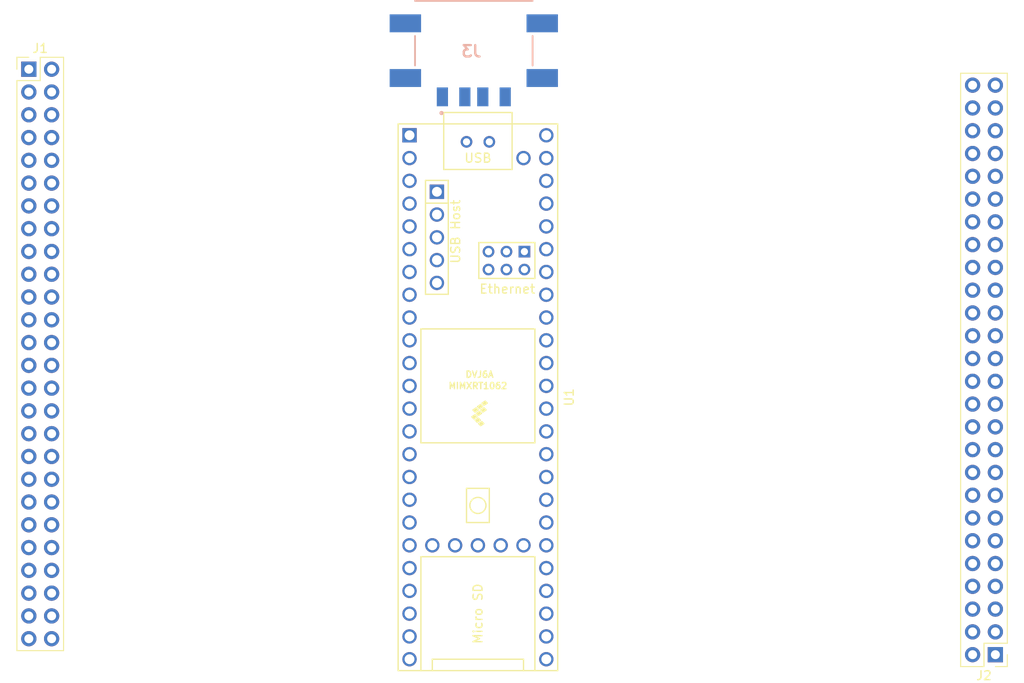
<source format=kicad_pcb>
(kicad_pcb (version 20171130) (host pcbnew "(5.1.6)-1")

  (general
    (thickness 1.6)
    (drawings 0)
    (tracks 0)
    (zones 0)
    (modules 4)
    (nets 65)
  )

  (page A4)
  (layers
    (0 F.Cu signal)
    (31 B.Cu signal)
    (32 B.Adhes user)
    (33 F.Adhes user)
    (34 B.Paste user)
    (35 F.Paste user)
    (36 B.SilkS user)
    (37 F.SilkS user)
    (38 B.Mask user)
    (39 F.Mask user)
    (40 Dwgs.User user)
    (41 Cmts.User user)
    (42 Eco1.User user)
    (43 Eco2.User user)
    (44 Edge.Cuts user)
    (45 Margin user)
    (46 B.CrtYd user)
    (47 F.CrtYd user)
    (48 B.Fab user)
    (49 F.Fab user)
  )

  (setup
    (last_trace_width 0.25)
    (trace_clearance 0.2)
    (zone_clearance 0.508)
    (zone_45_only no)
    (trace_min 0.2)
    (via_size 0.8)
    (via_drill 0.4)
    (via_min_size 0.4)
    (via_min_drill 0.3)
    (uvia_size 0.3)
    (uvia_drill 0.1)
    (uvias_allowed no)
    (uvia_min_size 0.2)
    (uvia_min_drill 0.1)
    (edge_width 0.05)
    (segment_width 0.2)
    (pcb_text_width 0.3)
    (pcb_text_size 1.5 1.5)
    (mod_edge_width 0.12)
    (mod_text_size 1 1)
    (mod_text_width 0.15)
    (pad_size 1.524 1.524)
    (pad_drill 0.762)
    (pad_to_mask_clearance 0.05)
    (aux_axis_origin 0 0)
    (visible_elements 7FFFFFFF)
    (pcbplotparams
      (layerselection 0x010fc_ffffffff)
      (usegerberextensions false)
      (usegerberattributes true)
      (usegerberadvancedattributes true)
      (creategerberjobfile true)
      (excludeedgelayer true)
      (linewidth 0.100000)
      (plotframeref false)
      (viasonmask false)
      (mode 1)
      (useauxorigin false)
      (hpglpennumber 1)
      (hpglpenspeed 20)
      (hpglpendiameter 15.000000)
      (psnegative false)
      (psa4output false)
      (plotreference true)
      (plotvalue true)
      (plotinvisibletext false)
      (padsonsilk false)
      (subtractmaskfromsilk false)
      (outputformat 1)
      (mirror false)
      (drillshape 1)
      (scaleselection 1)
      (outputdirectory ""))
  )

  (net 0 "")
  (net 1 "Net-(BT1-Pad1)")
  (net 2 GND)
  (net 3 "Net-(J1-Pad4)")
  (net 4 "Net-(J1-Pad6)")
  (net 5 "Net-(J1-Pad8)")
  (net 6 "Net-(J1-Pad10)")
  (net 7 "Net-(J1-Pad12)")
  (net 8 "Net-(J1-Pad14)")
  (net 9 "Net-(J1-Pad15)")
  (net 10 "Net-(J1-Pad16)")
  (net 11 "Net-(J1-Pad18)")
  (net 12 "Net-(J1-Pad20)")
  (net 13 "Net-(J1-Pad22)")
  (net 14 "Net-(J1-Pad24)")
  (net 15 "Net-(J1-Pad26)")
  (net 16 "Net-(J1-Pad28)")
  (net 17 "Net-(J1-Pad30)")
  (net 18 "Net-(J1-Pad32)")
  (net 19 "Net-(J1-Pad34)")
  (net 20 "Net-(J1-Pad36)")
  (net 21 "Net-(J1-Pad38)")
  (net 22 "Net-(J1-Pad40)")
  (net 23 "Net-(J1-Pad42)")
  (net 24 "Net-(J1-Pad44)")
  (net 25 "Net-(J1-Pad46)")
  (net 26 "Net-(J1-Pad48)")
  (net 27 "Net-(J1-Pad50)")
  (net 28 "Net-(J1-Pad52)")
  (net 29 "Net-(J2-Pad52)")
  (net 30 "Net-(J2-Pad50)")
  (net 31 "Net-(J2-Pad48)")
  (net 32 "Net-(J2-Pad44)")
  (net 33 "Net-(J2-Pad42)")
  (net 34 "Net-(J2-Pad40)")
  (net 35 "Net-(J2-Pad38)")
  (net 36 "Net-(J2-Pad36)")
  (net 37 "Net-(J2-Pad34)")
  (net 38 "Net-(J2-Pad32)")
  (net 39 "Net-(J2-Pad30)")
  (net 40 "Net-(J2-Pad28)")
  (net 41 "Net-(J2-Pad26)")
  (net 42 "Net-(J2-Pad24)")
  (net 43 "Net-(J2-Pad22)")
  (net 44 "Net-(J2-Pad18)")
  (net 45 "Net-(J2-Pad16)")
  (net 46 "Net-(J2-Pad15)")
  (net 47 "Net-(J2-Pad14)")
  (net 48 "Net-(J2-Pad12)")
  (net 49 "Net-(J2-Pad10)")
  (net 50 "Net-(J2-Pad8)")
  (net 51 "Net-(J2-Pad6)")
  (net 52 "Net-(J2-Pad4)")
  (net 53 "Net-(J2-Pad2)")
  (net 54 "Net-(J3-Pad1)")
  (net 55 /DN)
  (net 56 /DP)
  (net 57 "Net-(U1-Pad60)")
  (net 58 "Net-(U1-Pad65)")
  (net 59 "Net-(U1-Pad61)")
  (net 60 "Net-(U1-Pad64)")
  (net 61 "Net-(U1-Pad63)")
  (net 62 "Net-(U1-Pad62)")
  (net 63 "Net-(U1-Pad66)")
  (net 64 "Net-(U1-Pad67)")

  (net_class Default "This is the default net class."
    (clearance 0.2)
    (trace_width 0.25)
    (via_dia 0.8)
    (via_drill 0.4)
    (uvia_dia 0.3)
    (uvia_drill 0.1)
    (add_net /DN)
    (add_net /DP)
    (add_net GND)
    (add_net "Net-(BT1-Pad1)")
    (add_net "Net-(J1-Pad10)")
    (add_net "Net-(J1-Pad12)")
    (add_net "Net-(J1-Pad14)")
    (add_net "Net-(J1-Pad15)")
    (add_net "Net-(J1-Pad16)")
    (add_net "Net-(J1-Pad18)")
    (add_net "Net-(J1-Pad20)")
    (add_net "Net-(J1-Pad22)")
    (add_net "Net-(J1-Pad24)")
    (add_net "Net-(J1-Pad26)")
    (add_net "Net-(J1-Pad28)")
    (add_net "Net-(J1-Pad30)")
    (add_net "Net-(J1-Pad32)")
    (add_net "Net-(J1-Pad34)")
    (add_net "Net-(J1-Pad36)")
    (add_net "Net-(J1-Pad38)")
    (add_net "Net-(J1-Pad4)")
    (add_net "Net-(J1-Pad40)")
    (add_net "Net-(J1-Pad42)")
    (add_net "Net-(J1-Pad44)")
    (add_net "Net-(J1-Pad46)")
    (add_net "Net-(J1-Pad48)")
    (add_net "Net-(J1-Pad50)")
    (add_net "Net-(J1-Pad52)")
    (add_net "Net-(J1-Pad6)")
    (add_net "Net-(J1-Pad8)")
    (add_net "Net-(J2-Pad10)")
    (add_net "Net-(J2-Pad12)")
    (add_net "Net-(J2-Pad14)")
    (add_net "Net-(J2-Pad15)")
    (add_net "Net-(J2-Pad16)")
    (add_net "Net-(J2-Pad18)")
    (add_net "Net-(J2-Pad2)")
    (add_net "Net-(J2-Pad22)")
    (add_net "Net-(J2-Pad24)")
    (add_net "Net-(J2-Pad26)")
    (add_net "Net-(J2-Pad28)")
    (add_net "Net-(J2-Pad30)")
    (add_net "Net-(J2-Pad32)")
    (add_net "Net-(J2-Pad34)")
    (add_net "Net-(J2-Pad36)")
    (add_net "Net-(J2-Pad38)")
    (add_net "Net-(J2-Pad4)")
    (add_net "Net-(J2-Pad40)")
    (add_net "Net-(J2-Pad42)")
    (add_net "Net-(J2-Pad44)")
    (add_net "Net-(J2-Pad48)")
    (add_net "Net-(J2-Pad50)")
    (add_net "Net-(J2-Pad52)")
    (add_net "Net-(J2-Pad6)")
    (add_net "Net-(J2-Pad8)")
    (add_net "Net-(J3-Pad1)")
    (add_net "Net-(U1-Pad60)")
    (add_net "Net-(U1-Pad61)")
    (add_net "Net-(U1-Pad62)")
    (add_net "Net-(U1-Pad63)")
    (add_net "Net-(U1-Pad64)")
    (add_net "Net-(U1-Pad65)")
    (add_net "Net-(U1-Pad66)")
    (add_net "Net-(U1-Pad67)")
  )

  (module Connector_PinHeader_2.54mm:PinHeader_2x26_P2.54mm_Vertical (layer F.Cu) (tedit 59FED5CC) (tstamp 5F00DF6C)
    (at 107.188 63.5)
    (descr "Through hole straight pin header, 2x26, 2.54mm pitch, double rows")
    (tags "Through hole pin header THT 2x26 2.54mm double row")
    (path /5F05207B)
    (fp_text reference J1 (at 1.27 -2.33) (layer F.SilkS)
      (effects (font (size 1 1) (thickness 0.15)))
    )
    (fp_text value CONN_26X2 (at 1.27 65.83) (layer F.Fab)
      (effects (font (size 1 1) (thickness 0.15)))
    )
    (fp_line (start 0 -1.27) (end 3.81 -1.27) (layer F.Fab) (width 0.1))
    (fp_line (start 3.81 -1.27) (end 3.81 64.77) (layer F.Fab) (width 0.1))
    (fp_line (start 3.81 64.77) (end -1.27 64.77) (layer F.Fab) (width 0.1))
    (fp_line (start -1.27 64.77) (end -1.27 0) (layer F.Fab) (width 0.1))
    (fp_line (start -1.27 0) (end 0 -1.27) (layer F.Fab) (width 0.1))
    (fp_line (start -1.33 64.83) (end 3.87 64.83) (layer F.SilkS) (width 0.12))
    (fp_line (start -1.33 1.27) (end -1.33 64.83) (layer F.SilkS) (width 0.12))
    (fp_line (start 3.87 -1.33) (end 3.87 64.83) (layer F.SilkS) (width 0.12))
    (fp_line (start -1.33 1.27) (end 1.27 1.27) (layer F.SilkS) (width 0.12))
    (fp_line (start 1.27 1.27) (end 1.27 -1.33) (layer F.SilkS) (width 0.12))
    (fp_line (start 1.27 -1.33) (end 3.87 -1.33) (layer F.SilkS) (width 0.12))
    (fp_line (start -1.33 0) (end -1.33 -1.33) (layer F.SilkS) (width 0.12))
    (fp_line (start -1.33 -1.33) (end 0 -1.33) (layer F.SilkS) (width 0.12))
    (fp_line (start -1.8 -1.8) (end -1.8 65.3) (layer F.CrtYd) (width 0.05))
    (fp_line (start -1.8 65.3) (end 4.35 65.3) (layer F.CrtYd) (width 0.05))
    (fp_line (start 4.35 65.3) (end 4.35 -1.8) (layer F.CrtYd) (width 0.05))
    (fp_line (start 4.35 -1.8) (end -1.8 -1.8) (layer F.CrtYd) (width 0.05))
    (fp_text user %R (at 1.27 31.75 90) (layer F.Fab)
      (effects (font (size 1 1) (thickness 0.15)))
    )
    (pad 1 thru_hole rect (at 0 0) (size 1.7 1.7) (drill 1) (layers *.Cu *.Mask)
      (net 2 GND))
    (pad 2 thru_hole oval (at 2.54 0) (size 1.7 1.7) (drill 1) (layers *.Cu *.Mask)
      (net 1 "Net-(BT1-Pad1)"))
    (pad 3 thru_hole oval (at 0 2.54) (size 1.7 1.7) (drill 1) (layers *.Cu *.Mask)
      (net 2 GND))
    (pad 4 thru_hole oval (at 2.54 2.54) (size 1.7 1.7) (drill 1) (layers *.Cu *.Mask)
      (net 3 "Net-(J1-Pad4)"))
    (pad 5 thru_hole oval (at 0 5.08) (size 1.7 1.7) (drill 1) (layers *.Cu *.Mask)
      (net 2 GND))
    (pad 6 thru_hole oval (at 2.54 5.08) (size 1.7 1.7) (drill 1) (layers *.Cu *.Mask)
      (net 4 "Net-(J1-Pad6)"))
    (pad 7 thru_hole oval (at 0 7.62) (size 1.7 1.7) (drill 1) (layers *.Cu *.Mask)
      (net 2 GND))
    (pad 8 thru_hole oval (at 2.54 7.62) (size 1.7 1.7) (drill 1) (layers *.Cu *.Mask)
      (net 5 "Net-(J1-Pad8)"))
    (pad 9 thru_hole oval (at 0 10.16) (size 1.7 1.7) (drill 1) (layers *.Cu *.Mask)
      (net 2 GND))
    (pad 10 thru_hole oval (at 2.54 10.16) (size 1.7 1.7) (drill 1) (layers *.Cu *.Mask)
      (net 6 "Net-(J1-Pad10)"))
    (pad 11 thru_hole oval (at 0 12.7) (size 1.7 1.7) (drill 1) (layers *.Cu *.Mask)
      (net 2 GND))
    (pad 12 thru_hole oval (at 2.54 12.7) (size 1.7 1.7) (drill 1) (layers *.Cu *.Mask)
      (net 7 "Net-(J1-Pad12)"))
    (pad 13 thru_hole oval (at 0 15.24) (size 1.7 1.7) (drill 1) (layers *.Cu *.Mask)
      (net 2 GND))
    (pad 14 thru_hole oval (at 2.54 15.24) (size 1.7 1.7) (drill 1) (layers *.Cu *.Mask)
      (net 8 "Net-(J1-Pad14)"))
    (pad 15 thru_hole oval (at 0 17.78) (size 1.7 1.7) (drill 1) (layers *.Cu *.Mask)
      (net 9 "Net-(J1-Pad15)"))
    (pad 16 thru_hole oval (at 2.54 17.78) (size 1.7 1.7) (drill 1) (layers *.Cu *.Mask)
      (net 10 "Net-(J1-Pad16)"))
    (pad 17 thru_hole oval (at 0 20.32) (size 1.7 1.7) (drill 1) (layers *.Cu *.Mask)
      (net 2 GND))
    (pad 18 thru_hole oval (at 2.54 20.32) (size 1.7 1.7) (drill 1) (layers *.Cu *.Mask)
      (net 11 "Net-(J1-Pad18)"))
    (pad 19 thru_hole oval (at 0 22.86) (size 1.7 1.7) (drill 1) (layers *.Cu *.Mask)
      (net 2 GND))
    (pad 20 thru_hole oval (at 2.54 22.86) (size 1.7 1.7) (drill 1) (layers *.Cu *.Mask)
      (net 12 "Net-(J1-Pad20)"))
    (pad 21 thru_hole oval (at 0 25.4) (size 1.7 1.7) (drill 1) (layers *.Cu *.Mask)
      (net 2 GND))
    (pad 22 thru_hole oval (at 2.54 25.4) (size 1.7 1.7) (drill 1) (layers *.Cu *.Mask)
      (net 13 "Net-(J1-Pad22)"))
    (pad 23 thru_hole oval (at 0 27.94) (size 1.7 1.7) (drill 1) (layers *.Cu *.Mask)
      (net 2 GND))
    (pad 24 thru_hole oval (at 2.54 27.94) (size 1.7 1.7) (drill 1) (layers *.Cu *.Mask)
      (net 14 "Net-(J1-Pad24)"))
    (pad 25 thru_hole oval (at 0 30.48) (size 1.7 1.7) (drill 1) (layers *.Cu *.Mask)
      (net 2 GND))
    (pad 26 thru_hole oval (at 2.54 30.48) (size 1.7 1.7) (drill 1) (layers *.Cu *.Mask)
      (net 15 "Net-(J1-Pad26)"))
    (pad 27 thru_hole oval (at 0 33.02) (size 1.7 1.7) (drill 1) (layers *.Cu *.Mask)
      (net 2 GND))
    (pad 28 thru_hole oval (at 2.54 33.02) (size 1.7 1.7) (drill 1) (layers *.Cu *.Mask)
      (net 16 "Net-(J1-Pad28)"))
    (pad 29 thru_hole oval (at 0 35.56) (size 1.7 1.7) (drill 1) (layers *.Cu *.Mask)
      (net 2 GND))
    (pad 30 thru_hole oval (at 2.54 35.56) (size 1.7 1.7) (drill 1) (layers *.Cu *.Mask)
      (net 17 "Net-(J1-Pad30)"))
    (pad 31 thru_hole oval (at 0 38.1) (size 1.7 1.7) (drill 1) (layers *.Cu *.Mask)
      (net 2 GND))
    (pad 32 thru_hole oval (at 2.54 38.1) (size 1.7 1.7) (drill 1) (layers *.Cu *.Mask)
      (net 18 "Net-(J1-Pad32)"))
    (pad 33 thru_hole oval (at 0 40.64) (size 1.7 1.7) (drill 1) (layers *.Cu *.Mask)
      (net 2 GND))
    (pad 34 thru_hole oval (at 2.54 40.64) (size 1.7 1.7) (drill 1) (layers *.Cu *.Mask)
      (net 19 "Net-(J1-Pad34)"))
    (pad 35 thru_hole oval (at 0 43.18) (size 1.7 1.7) (drill 1) (layers *.Cu *.Mask)
      (net 2 GND))
    (pad 36 thru_hole oval (at 2.54 43.18) (size 1.7 1.7) (drill 1) (layers *.Cu *.Mask)
      (net 20 "Net-(J1-Pad36)"))
    (pad 37 thru_hole oval (at 0 45.72) (size 1.7 1.7) (drill 1) (layers *.Cu *.Mask)
      (net 2 GND))
    (pad 38 thru_hole oval (at 2.54 45.72) (size 1.7 1.7) (drill 1) (layers *.Cu *.Mask)
      (net 21 "Net-(J1-Pad38)"))
    (pad 39 thru_hole oval (at 0 48.26) (size 1.7 1.7) (drill 1) (layers *.Cu *.Mask)
      (net 2 GND))
    (pad 40 thru_hole oval (at 2.54 48.26) (size 1.7 1.7) (drill 1) (layers *.Cu *.Mask)
      (net 22 "Net-(J1-Pad40)"))
    (pad 41 thru_hole oval (at 0 50.8) (size 1.7 1.7) (drill 1) (layers *.Cu *.Mask)
      (net 2 GND))
    (pad 42 thru_hole oval (at 2.54 50.8) (size 1.7 1.7) (drill 1) (layers *.Cu *.Mask)
      (net 23 "Net-(J1-Pad42)"))
    (pad 43 thru_hole oval (at 0 53.34) (size 1.7 1.7) (drill 1) (layers *.Cu *.Mask)
      (net 2 GND))
    (pad 44 thru_hole oval (at 2.54 53.34) (size 1.7 1.7) (drill 1) (layers *.Cu *.Mask)
      (net 24 "Net-(J1-Pad44)"))
    (pad 45 thru_hole oval (at 0 55.88) (size 1.7 1.7) (drill 1) (layers *.Cu *.Mask)
      (net 2 GND))
    (pad 46 thru_hole oval (at 2.54 55.88) (size 1.7 1.7) (drill 1) (layers *.Cu *.Mask)
      (net 25 "Net-(J1-Pad46)"))
    (pad 47 thru_hole oval (at 0 58.42) (size 1.7 1.7) (drill 1) (layers *.Cu *.Mask)
      (net 2 GND))
    (pad 48 thru_hole oval (at 2.54 58.42) (size 1.7 1.7) (drill 1) (layers *.Cu *.Mask)
      (net 26 "Net-(J1-Pad48)"))
    (pad 49 thru_hole oval (at 0 60.96) (size 1.7 1.7) (drill 1) (layers *.Cu *.Mask)
      (net 2 GND))
    (pad 50 thru_hole oval (at 2.54 60.96) (size 1.7 1.7) (drill 1) (layers *.Cu *.Mask)
      (net 27 "Net-(J1-Pad50)"))
    (pad 51 thru_hole oval (at 0 63.5) (size 1.7 1.7) (drill 1) (layers *.Cu *.Mask)
      (net 2 GND))
    (pad 52 thru_hole oval (at 2.54 63.5) (size 1.7 1.7) (drill 1) (layers *.Cu *.Mask)
      (net 28 "Net-(J1-Pad52)"))
    (model ${KISYS3DMOD}/Connector_PinHeader_2.54mm.3dshapes/PinHeader_2x26_P2.54mm_Vertical.wrl
      (at (xyz 0 0 0))
      (scale (xyz 1 1 1))
      (rotate (xyz 0 0 0))
    )
  )

  (module Connector_PinHeader_2.54mm:PinHeader_2x26_P2.54mm_Vertical (layer F.Cu) (tedit 59FED5CC) (tstamp 5F00DFB6)
    (at 214.884 128.778 180)
    (descr "Through hole straight pin header, 2x26, 2.54mm pitch, double rows")
    (tags "Through hole pin header THT 2x26 2.54mm double row")
    (path /5F0AFAEA)
    (fp_text reference J2 (at 1.27 -2.33) (layer F.SilkS)
      (effects (font (size 1 1) (thickness 0.15)))
    )
    (fp_text value CONN_26X2 (at 1.27 65.83) (layer F.Fab)
      (effects (font (size 1 1) (thickness 0.15)))
    )
    (fp_line (start 4.35 -1.8) (end -1.8 -1.8) (layer F.CrtYd) (width 0.05))
    (fp_line (start 4.35 65.3) (end 4.35 -1.8) (layer F.CrtYd) (width 0.05))
    (fp_line (start -1.8 65.3) (end 4.35 65.3) (layer F.CrtYd) (width 0.05))
    (fp_line (start -1.8 -1.8) (end -1.8 65.3) (layer F.CrtYd) (width 0.05))
    (fp_line (start -1.33 -1.33) (end 0 -1.33) (layer F.SilkS) (width 0.12))
    (fp_line (start -1.33 0) (end -1.33 -1.33) (layer F.SilkS) (width 0.12))
    (fp_line (start 1.27 -1.33) (end 3.87 -1.33) (layer F.SilkS) (width 0.12))
    (fp_line (start 1.27 1.27) (end 1.27 -1.33) (layer F.SilkS) (width 0.12))
    (fp_line (start -1.33 1.27) (end 1.27 1.27) (layer F.SilkS) (width 0.12))
    (fp_line (start 3.87 -1.33) (end 3.87 64.83) (layer F.SilkS) (width 0.12))
    (fp_line (start -1.33 1.27) (end -1.33 64.83) (layer F.SilkS) (width 0.12))
    (fp_line (start -1.33 64.83) (end 3.87 64.83) (layer F.SilkS) (width 0.12))
    (fp_line (start -1.27 0) (end 0 -1.27) (layer F.Fab) (width 0.1))
    (fp_line (start -1.27 64.77) (end -1.27 0) (layer F.Fab) (width 0.1))
    (fp_line (start 3.81 64.77) (end -1.27 64.77) (layer F.Fab) (width 0.1))
    (fp_line (start 3.81 -1.27) (end 3.81 64.77) (layer F.Fab) (width 0.1))
    (fp_line (start 0 -1.27) (end 3.81 -1.27) (layer F.Fab) (width 0.1))
    (fp_text user %R (at 1.27 31.75 90) (layer F.Fab)
      (effects (font (size 1 1) (thickness 0.15)))
    )
    (pad 52 thru_hole oval (at 2.54 63.5 180) (size 1.7 1.7) (drill 1) (layers *.Cu *.Mask)
      (net 29 "Net-(J2-Pad52)"))
    (pad 51 thru_hole oval (at 0 63.5 180) (size 1.7 1.7) (drill 1) (layers *.Cu *.Mask)
      (net 2 GND))
    (pad 50 thru_hole oval (at 2.54 60.96 180) (size 1.7 1.7) (drill 1) (layers *.Cu *.Mask)
      (net 30 "Net-(J2-Pad50)"))
    (pad 49 thru_hole oval (at 0 60.96 180) (size 1.7 1.7) (drill 1) (layers *.Cu *.Mask)
      (net 2 GND))
    (pad 48 thru_hole oval (at 2.54 58.42 180) (size 1.7 1.7) (drill 1) (layers *.Cu *.Mask)
      (net 31 "Net-(J2-Pad48)"))
    (pad 47 thru_hole oval (at 0 58.42 180) (size 1.7 1.7) (drill 1) (layers *.Cu *.Mask)
      (net 2 GND))
    (pad 46 thru_hole oval (at 2.54 55.88 180) (size 1.7 1.7) (drill 1) (layers *.Cu *.Mask)
      (net 2 GND))
    (pad 45 thru_hole oval (at 0 55.88 180) (size 1.7 1.7) (drill 1) (layers *.Cu *.Mask)
      (net 2 GND))
    (pad 44 thru_hole oval (at 2.54 53.34 180) (size 1.7 1.7) (drill 1) (layers *.Cu *.Mask)
      (net 32 "Net-(J2-Pad44)"))
    (pad 43 thru_hole oval (at 0 53.34 180) (size 1.7 1.7) (drill 1) (layers *.Cu *.Mask)
      (net 2 GND))
    (pad 42 thru_hole oval (at 2.54 50.8 180) (size 1.7 1.7) (drill 1) (layers *.Cu *.Mask)
      (net 33 "Net-(J2-Pad42)"))
    (pad 41 thru_hole oval (at 0 50.8 180) (size 1.7 1.7) (drill 1) (layers *.Cu *.Mask)
      (net 2 GND))
    (pad 40 thru_hole oval (at 2.54 48.26 180) (size 1.7 1.7) (drill 1) (layers *.Cu *.Mask)
      (net 34 "Net-(J2-Pad40)"))
    (pad 39 thru_hole oval (at 0 48.26 180) (size 1.7 1.7) (drill 1) (layers *.Cu *.Mask)
      (net 2 GND))
    (pad 38 thru_hole oval (at 2.54 45.72 180) (size 1.7 1.7) (drill 1) (layers *.Cu *.Mask)
      (net 35 "Net-(J2-Pad38)"))
    (pad 37 thru_hole oval (at 0 45.72 180) (size 1.7 1.7) (drill 1) (layers *.Cu *.Mask)
      (net 2 GND))
    (pad 36 thru_hole oval (at 2.54 43.18 180) (size 1.7 1.7) (drill 1) (layers *.Cu *.Mask)
      (net 36 "Net-(J2-Pad36)"))
    (pad 35 thru_hole oval (at 0 43.18 180) (size 1.7 1.7) (drill 1) (layers *.Cu *.Mask)
      (net 2 GND))
    (pad 34 thru_hole oval (at 2.54 40.64 180) (size 1.7 1.7) (drill 1) (layers *.Cu *.Mask)
      (net 37 "Net-(J2-Pad34)"))
    (pad 33 thru_hole oval (at 0 40.64 180) (size 1.7 1.7) (drill 1) (layers *.Cu *.Mask)
      (net 2 GND))
    (pad 32 thru_hole oval (at 2.54 38.1 180) (size 1.7 1.7) (drill 1) (layers *.Cu *.Mask)
      (net 38 "Net-(J2-Pad32)"))
    (pad 31 thru_hole oval (at 0 38.1 180) (size 1.7 1.7) (drill 1) (layers *.Cu *.Mask)
      (net 2 GND))
    (pad 30 thru_hole oval (at 2.54 35.56 180) (size 1.7 1.7) (drill 1) (layers *.Cu *.Mask)
      (net 39 "Net-(J2-Pad30)"))
    (pad 29 thru_hole oval (at 0 35.56 180) (size 1.7 1.7) (drill 1) (layers *.Cu *.Mask)
      (net 2 GND))
    (pad 28 thru_hole oval (at 2.54 33.02 180) (size 1.7 1.7) (drill 1) (layers *.Cu *.Mask)
      (net 40 "Net-(J2-Pad28)"))
    (pad 27 thru_hole oval (at 0 33.02 180) (size 1.7 1.7) (drill 1) (layers *.Cu *.Mask)
      (net 2 GND))
    (pad 26 thru_hole oval (at 2.54 30.48 180) (size 1.7 1.7) (drill 1) (layers *.Cu *.Mask)
      (net 41 "Net-(J2-Pad26)"))
    (pad 25 thru_hole oval (at 0 30.48 180) (size 1.7 1.7) (drill 1) (layers *.Cu *.Mask)
      (net 2 GND))
    (pad 24 thru_hole oval (at 2.54 27.94 180) (size 1.7 1.7) (drill 1) (layers *.Cu *.Mask)
      (net 42 "Net-(J2-Pad24)"))
    (pad 23 thru_hole oval (at 0 27.94 180) (size 1.7 1.7) (drill 1) (layers *.Cu *.Mask)
      (net 2 GND))
    (pad 22 thru_hole oval (at 2.54 25.4 180) (size 1.7 1.7) (drill 1) (layers *.Cu *.Mask)
      (net 43 "Net-(J2-Pad22)"))
    (pad 21 thru_hole oval (at 0 25.4 180) (size 1.7 1.7) (drill 1) (layers *.Cu *.Mask)
      (net 2 GND))
    (pad 20 thru_hole oval (at 2.54 22.86 180) (size 1.7 1.7) (drill 1) (layers *.Cu *.Mask)
      (net 2 GND))
    (pad 19 thru_hole oval (at 0 22.86 180) (size 1.7 1.7) (drill 1) (layers *.Cu *.Mask)
      (net 2 GND))
    (pad 18 thru_hole oval (at 2.54 20.32 180) (size 1.7 1.7) (drill 1) (layers *.Cu *.Mask)
      (net 44 "Net-(J2-Pad18)"))
    (pad 17 thru_hole oval (at 0 20.32 180) (size 1.7 1.7) (drill 1) (layers *.Cu *.Mask)
      (net 2 GND))
    (pad 16 thru_hole oval (at 2.54 17.78 180) (size 1.7 1.7) (drill 1) (layers *.Cu *.Mask)
      (net 45 "Net-(J2-Pad16)"))
    (pad 15 thru_hole oval (at 0 17.78 180) (size 1.7 1.7) (drill 1) (layers *.Cu *.Mask)
      (net 46 "Net-(J2-Pad15)"))
    (pad 14 thru_hole oval (at 2.54 15.24 180) (size 1.7 1.7) (drill 1) (layers *.Cu *.Mask)
      (net 47 "Net-(J2-Pad14)"))
    (pad 13 thru_hole oval (at 0 15.24 180) (size 1.7 1.7) (drill 1) (layers *.Cu *.Mask)
      (net 2 GND))
    (pad 12 thru_hole oval (at 2.54 12.7 180) (size 1.7 1.7) (drill 1) (layers *.Cu *.Mask)
      (net 48 "Net-(J2-Pad12)"))
    (pad 11 thru_hole oval (at 0 12.7 180) (size 1.7 1.7) (drill 1) (layers *.Cu *.Mask)
      (net 2 GND))
    (pad 10 thru_hole oval (at 2.54 10.16 180) (size 1.7 1.7) (drill 1) (layers *.Cu *.Mask)
      (net 49 "Net-(J2-Pad10)"))
    (pad 9 thru_hole oval (at 0 10.16 180) (size 1.7 1.7) (drill 1) (layers *.Cu *.Mask)
      (net 2 GND))
    (pad 8 thru_hole oval (at 2.54 7.62 180) (size 1.7 1.7) (drill 1) (layers *.Cu *.Mask)
      (net 50 "Net-(J2-Pad8)"))
    (pad 7 thru_hole oval (at 0 7.62 180) (size 1.7 1.7) (drill 1) (layers *.Cu *.Mask)
      (net 2 GND))
    (pad 6 thru_hole oval (at 2.54 5.08 180) (size 1.7 1.7) (drill 1) (layers *.Cu *.Mask)
      (net 51 "Net-(J2-Pad6)"))
    (pad 5 thru_hole oval (at 0 5.08 180) (size 1.7 1.7) (drill 1) (layers *.Cu *.Mask)
      (net 2 GND))
    (pad 4 thru_hole oval (at 2.54 2.54 180) (size 1.7 1.7) (drill 1) (layers *.Cu *.Mask)
      (net 52 "Net-(J2-Pad4)"))
    (pad 3 thru_hole oval (at 0 2.54 180) (size 1.7 1.7) (drill 1) (layers *.Cu *.Mask)
      (net 2 GND))
    (pad 2 thru_hole oval (at 2.54 0 180) (size 1.7 1.7) (drill 1) (layers *.Cu *.Mask)
      (net 53 "Net-(J2-Pad2)"))
    (pad 1 thru_hole rect (at 0 0 180) (size 1.7 1.7) (drill 1) (layers *.Cu *.Mask)
      (net 2 GND))
    (model ${KISYS3DMOD}/Connector_PinHeader_2.54mm.3dshapes/PinHeader_2x26_P2.54mm_Vertical.wrl
      (at (xyz 0 0 0))
      (scale (xyz 1 1 1))
      (rotate (xyz 0 0 0))
    )
  )

  (module teensy:Teensy41 (layer F.Cu) (tedit 5EF1DBD0) (tstamp 5F01E7D7)
    (at 157.226 100.076 270)
    (path /5F006F71)
    (fp_text reference U1 (at 0 -10.16 90) (layer F.SilkS)
      (effects (font (size 1 1) (thickness 0.15)))
    )
    (fp_text value Teensy4.1 (at 0 10.16 90) (layer F.Fab)
      (effects (font (size 1 1) (thickness 0.15)))
    )
    (fp_poly (pts (xy 3.197 -0.307) (xy 2.943 -0.053) (xy 2.689 -0.434) (xy 2.943 -0.688)) (layer F.SilkS) (width 0.1))
    (fp_poly (pts (xy 2.816 0.074) (xy 2.562 0.328) (xy 2.308 -0.053) (xy 2.562 -0.307)) (layer F.SilkS) (width 0.1))
    (fp_poly (pts (xy 0.911 -0.688) (xy 0.657 -0.434) (xy 0.403 -0.815) (xy 0.657 -1.069)) (layer F.SilkS) (width 0.1))
    (fp_poly (pts (xy 1.292 -0.18) (xy 1.038 0.074) (xy 0.784 -0.307) (xy 1.038 -0.561)) (layer F.SilkS) (width 0.1))
    (fp_poly (pts (xy 1.673 0.328) (xy 1.419 0.582) (xy 1.165 0.201) (xy 1.419 -0.053)) (layer F.SilkS) (width 0.1))
    (fp_poly (pts (xy 1.673 -0.561) (xy 1.419 -0.307) (xy 1.165 -0.688) (xy 1.419 -0.942)) (layer F.SilkS) (width 0.1))
    (fp_poly (pts (xy 2.054 -0.053) (xy 1.8 0.201) (xy 1.546 -0.18) (xy 1.8 -0.434)) (layer F.SilkS) (width 0.1))
    (fp_poly (pts (xy 2.435 0.455) (xy 2.181 0.709) (xy 1.927 0.328) (xy 2.181 0.074)) (layer F.SilkS) (width 0.1))
    (fp_line (start -30.48 8.89) (end -30.48 -8.89) (layer F.SilkS) (width 0.15))
    (fp_line (start 30.48 8.89) (end -30.48 8.89) (layer F.SilkS) (width 0.15))
    (fp_line (start 30.48 -8.89) (end 30.48 8.89) (layer F.SilkS) (width 0.15))
    (fp_line (start -30.48 -8.89) (end 30.48 -8.89) (layer F.SilkS) (width 0.15))
    (fp_line (start -25.4 3.81) (end -30.48 3.81) (layer F.SilkS) (width 0.15))
    (fp_line (start -25.4 -3.81) (end -30.48 -3.81) (layer F.SilkS) (width 0.15))
    (fp_line (start -25.4 3.81) (end -25.4 -3.81) (layer F.SilkS) (width 0.15))
    (fp_line (start -31.75 -3.81) (end -30.48 -3.81) (layer F.SilkS) (width 0.15))
    (fp_line (start -31.75 3.81) (end -31.75 -3.81) (layer F.SilkS) (width 0.15))
    (fp_line (start -30.48 3.81) (end -31.75 3.81) (layer F.SilkS) (width 0.15))
    (fp_line (start 30.48 -6.35) (end 17.78 -6.35) (layer F.SilkS) (width 0.15))
    (fp_line (start 17.78 -6.35) (end 17.78 6.35) (layer F.SilkS) (width 0.15))
    (fp_line (start 17.78 6.35) (end 30.48 6.35) (layer F.SilkS) (width 0.15))
    (fp_line (start 30.48 -5.08) (end 29.21 -5.08) (layer F.SilkS) (width 0.15))
    (fp_line (start 29.21 -5.08) (end 29.21 5.08) (layer F.SilkS) (width 0.15))
    (fp_line (start 29.21 5.08) (end 30.48 5.08) (layer F.SilkS) (width 0.15))
    (fp_line (start 13.97 -1.27) (end 13.97 1.27) (layer F.SilkS) (width 0.15))
    (fp_line (start 13.97 1.27) (end 10.16 1.27) (layer F.SilkS) (width 0.15))
    (fp_line (start 10.16 1.27) (end 10.16 -1.27) (layer F.SilkS) (width 0.15))
    (fp_line (start 10.16 -1.27) (end 13.97 -1.27) (layer F.SilkS) (width 0.15))
    (fp_line (start -24.1808 3.2992) (end -11.4808 3.2992) (layer F.SilkS) (width 0.15))
    (fp_line (start -11.4808 3.2992) (end -11.4808 5.8392) (layer F.SilkS) (width 0.15))
    (fp_line (start -11.4808 5.8392) (end -24.1808 5.8392) (layer F.SilkS) (width 0.15))
    (fp_line (start -24.1808 5.8392) (end -24.1808 3.2992) (layer F.SilkS) (width 0.15))
    (fp_line (start -24.1808 3.2992) (end -21.6408 3.2992) (layer F.SilkS) (width 0.15))
    (fp_line (start -21.6408 3.2992) (end -21.6408 5.8392) (layer F.SilkS) (width 0.15))
    (fp_line (start -17.25 -6.1016) (end -17.25 -0.1016) (layer F.SilkS) (width 0.15))
    (fp_line (start -17.25 -0.1016) (end -13.25 -0.1016) (layer F.SilkS) (width 0.15))
    (fp_line (start -13.25 -0.1016) (end -13.25 -6.3516) (layer F.SilkS) (width 0.15))
    (fp_line (start -13.25 -6.3516) (end -17.25 -6.3516) (layer F.SilkS) (width 0.15))
    (fp_line (start -17.25 -6.3516) (end -17.25 -6.1016) (layer F.SilkS) (width 0.15))
    (fp_line (start -7.62 6.35) (end 5.08 6.35) (layer F.SilkS) (width 0.15))
    (fp_line (start 5.08 6.35) (end 5.08 -6.35) (layer F.SilkS) (width 0.15))
    (fp_line (start 5.08 -6.35) (end -7.62 -6.35) (layer F.SilkS) (width 0.15))
    (fp_line (start -7.62 -6.35) (end -7.62 6.35) (layer F.SilkS) (width 0.15))
    (fp_circle (center 12.065 0) (end 12.7 -0.635) (layer F.SilkS) (width 0.15))
    (fp_text user DVJ6A (at -2.54 -0.18 180) (layer F.SilkS)
      (effects (font (size 0.7 0.7) (thickness 0.15)))
    )
    (fp_text user MIMXRT1062 (at -1.27 0 180) (layer F.SilkS)
      (effects (font (size 0.7 0.7) (thickness 0.15)))
    )
    (fp_text user "Micro SD" (at 24.13 0 90) (layer F.SilkS)
      (effects (font (size 1 1) (thickness 0.15)))
    )
    (fp_text user USB (at -26.67 0 180) (layer F.SilkS)
      (effects (font (size 1 1) (thickness 0.15)))
    )
    (fp_text user Ethernet (at -12.065 -3.2766) (layer F.SilkS)
      (effects (font (size 1 1) (thickness 0.15)))
    )
    (fp_text user "USB Host" (at -18.4658 2.4892 90) (layer F.SilkS)
      (effects (font (size 1 1) (thickness 0.15)))
    )
    (pad 49 thru_hole circle (at -26.67 -5.08 270) (size 1.6 1.6) (drill 1.1) (layers *.Cu *.Mask)
      (net 29 "Net-(J2-Pad52)"))
    (pad 59 thru_hole circle (at -12.7508 4.5692 270) (size 1.6 1.6) (drill 1.1) (layers *.Cu *.Mask)
      (net 2 GND))
    (pad 58 thru_hole circle (at -15.2908 4.5692 270) (size 1.6 1.6) (drill 1.1) (layers *.Cu *.Mask)
      (net 2 GND))
    (pad 57 thru_hole circle (at -17.8308 4.5692 270) (size 1.6 1.6) (drill 1.1) (layers *.Cu *.Mask)
      (net 56 /DP))
    (pad 56 thru_hole circle (at -20.3708 4.5692 270) (size 1.6 1.6) (drill 1.1) (layers *.Cu *.Mask)
      (net 55 /DN))
    (pad 55 thru_hole rect (at -22.9108 4.5692 270) (size 1.6 1.6) (drill 1.1) (layers *.Cu *.Mask)
      (net 54 "Net-(J3-Pad1)"))
    (pad 48 thru_hole circle (at -29.21 -7.62 270) (size 1.6 1.6) (drill 1.1) (layers *.Cu *.Mask)
      (net 31 "Net-(J2-Pad48)"))
    (pad 47 thru_hole circle (at -26.67 -7.62 270) (size 1.6 1.6) (drill 1.1) (layers *.Cu *.Mask)
      (net 2 GND))
    (pad 46 thru_hole circle (at -24.13 -7.62 270) (size 1.6 1.6) (drill 1.1) (layers *.Cu *.Mask)
      (net 32 "Net-(J2-Pad44)"))
    (pad 45 thru_hole circle (at -21.59 -7.62 270) (size 1.6 1.6) (drill 1.1) (layers *.Cu *.Mask)
      (net 33 "Net-(J2-Pad42)"))
    (pad 44 thru_hole circle (at -19.05 -7.62 270) (size 1.6 1.6) (drill 1.1) (layers *.Cu *.Mask)
      (net 34 "Net-(J2-Pad40)"))
    (pad 43 thru_hole circle (at -16.51 -7.62 270) (size 1.6 1.6) (drill 1.1) (layers *.Cu *.Mask)
      (net 35 "Net-(J2-Pad38)"))
    (pad 42 thru_hole circle (at -13.97 -7.62 270) (size 1.6 1.6) (drill 1.1) (layers *.Cu *.Mask)
      (net 36 "Net-(J2-Pad36)"))
    (pad 41 thru_hole circle (at -11.43 -7.62 270) (size 1.6 1.6) (drill 1.1) (layers *.Cu *.Mask)
      (net 37 "Net-(J2-Pad34)"))
    (pad 40 thru_hole circle (at -8.89 -7.62 270) (size 1.6 1.6) (drill 1.1) (layers *.Cu *.Mask)
      (net 38 "Net-(J2-Pad32)"))
    (pad 39 thru_hole circle (at -6.35 -7.62 270) (size 1.6 1.6) (drill 1.1) (layers *.Cu *.Mask)
      (net 39 "Net-(J2-Pad30)"))
    (pad 38 thru_hole circle (at -3.81 -7.62 270) (size 1.6 1.6) (drill 1.1) (layers *.Cu *.Mask)
      (net 40 "Net-(J2-Pad28)"))
    (pad 37 thru_hole circle (at -1.27 -7.62 270) (size 1.6 1.6) (drill 1.1) (layers *.Cu *.Mask)
      (net 41 "Net-(J2-Pad26)"))
    (pad 36 thru_hole circle (at 1.27 -7.62 270) (size 1.6 1.6) (drill 1.1) (layers *.Cu *.Mask)
      (net 42 "Net-(J2-Pad24)"))
    (pad 35 thru_hole circle (at 3.81 -7.62 270) (size 1.6 1.6) (drill 1.1) (layers *.Cu *.Mask)
      (net 43 "Net-(J2-Pad22)"))
    (pad 1 thru_hole rect (at -29.21 7.62 270) (size 1.6 1.6) (drill 1.1) (layers *.Cu *.Mask)
      (net 2 GND))
    (pad 2 thru_hole circle (at -26.67 7.62 270) (size 1.6 1.6) (drill 1.1) (layers *.Cu *.Mask)
      (net 5 "Net-(J1-Pad8)"))
    (pad 3 thru_hole circle (at -24.13 7.62 270) (size 1.6 1.6) (drill 1.1) (layers *.Cu *.Mask)
      (net 6 "Net-(J1-Pad10)"))
    (pad 4 thru_hole circle (at -21.59 7.62 270) (size 1.6 1.6) (drill 1.1) (layers *.Cu *.Mask)
      (net 7 "Net-(J1-Pad12)"))
    (pad 5 thru_hole circle (at -19.05 7.62 270) (size 1.6 1.6) (drill 1.1) (layers *.Cu *.Mask)
      (net 8 "Net-(J1-Pad14)"))
    (pad 6 thru_hole circle (at -16.51 7.62 270) (size 1.6 1.6) (drill 1.1) (layers *.Cu *.Mask)
      (net 10 "Net-(J1-Pad16)"))
    (pad 7 thru_hole circle (at -13.97 7.62 270) (size 1.6 1.6) (drill 1.1) (layers *.Cu *.Mask)
      (net 11 "Net-(J1-Pad18)"))
    (pad 8 thru_hole circle (at -11.43 7.62 270) (size 1.6 1.6) (drill 1.1) (layers *.Cu *.Mask)
      (net 12 "Net-(J1-Pad20)"))
    (pad 9 thru_hole circle (at -8.89 7.62 270) (size 1.6 1.6) (drill 1.1) (layers *.Cu *.Mask)
      (net 13 "Net-(J1-Pad22)"))
    (pad 10 thru_hole circle (at -6.35 7.62 270) (size 1.6 1.6) (drill 1.1) (layers *.Cu *.Mask)
      (net 14 "Net-(J1-Pad24)"))
    (pad 11 thru_hole circle (at -3.81 7.62 270) (size 1.6 1.6) (drill 1.1) (layers *.Cu *.Mask)
      (net 15 "Net-(J1-Pad26)"))
    (pad 12 thru_hole circle (at -1.27 7.62 270) (size 1.6 1.6) (drill 1.1) (layers *.Cu *.Mask)
      (net 16 "Net-(J1-Pad28)"))
    (pad 13 thru_hole circle (at 1.27 7.62 270) (size 1.6 1.6) (drill 1.1) (layers *.Cu *.Mask)
      (net 17 "Net-(J1-Pad30)"))
    (pad 34 thru_hole circle (at 6.35 -7.62 270) (size 1.6 1.6) (drill 1.1) (layers *.Cu *.Mask)
      (net 2 GND))
    (pad 33 thru_hole circle (at 8.89 -7.62 270) (size 1.6 1.6) (drill 1.1) (layers *.Cu *.Mask)
      (net 44 "Net-(J2-Pad18)"))
    (pad 32 thru_hole circle (at 11.43 -7.62 270) (size 1.6 1.6) (drill 1.1) (layers *.Cu *.Mask)
      (net 45 "Net-(J2-Pad16)"))
    (pad 31 thru_hole circle (at 13.97 -7.62 270) (size 1.6 1.6) (drill 1.1) (layers *.Cu *.Mask)
      (net 47 "Net-(J2-Pad14)"))
    (pad 30 thru_hole circle (at 16.51 -7.62 270) (size 1.6 1.6) (drill 1.1) (layers *.Cu *.Mask)
      (net 48 "Net-(J2-Pad12)"))
    (pad 29 thru_hole circle (at 19.05 -7.62 270) (size 1.6 1.6) (drill 1.1) (layers *.Cu *.Mask)
      (net 49 "Net-(J2-Pad10)"))
    (pad 28 thru_hole circle (at 21.59 -7.62 270) (size 1.6 1.6) (drill 1.1) (layers *.Cu *.Mask)
      (net 50 "Net-(J2-Pad8)"))
    (pad 27 thru_hole circle (at 24.13 -7.62 270) (size 1.6 1.6) (drill 1.1) (layers *.Cu *.Mask)
      (net 51 "Net-(J2-Pad6)"))
    (pad 26 thru_hole circle (at 26.67 -7.62 270) (size 1.6 1.6) (drill 1.1) (layers *.Cu *.Mask)
      (net 52 "Net-(J2-Pad4)"))
    (pad 25 thru_hole circle (at 29.21 -7.62 270) (size 1.6 1.6) (drill 1.1) (layers *.Cu *.Mask)
      (net 53 "Net-(J2-Pad2)"))
    (pad 24 thru_hole circle (at 29.21 7.62 270) (size 1.6 1.6) (drill 1.1) (layers *.Cu *.Mask)
      (net 28 "Net-(J1-Pad52)"))
    (pad 23 thru_hole circle (at 26.67 7.62 270) (size 1.6 1.6) (drill 1.1) (layers *.Cu *.Mask)
      (net 27 "Net-(J1-Pad50)"))
    (pad 22 thru_hole circle (at 24.13 7.62 270) (size 1.6 1.6) (drill 1.1) (layers *.Cu *.Mask)
      (net 26 "Net-(J1-Pad48)"))
    (pad 21 thru_hole circle (at 21.59 7.62 270) (size 1.6 1.6) (drill 1.1) (layers *.Cu *.Mask)
      (net 25 "Net-(J1-Pad46)"))
    (pad 14 thru_hole circle (at 3.81 7.62 270) (size 1.6 1.6) (drill 1.1) (layers *.Cu *.Mask)
      (net 18 "Net-(J1-Pad32)"))
    (pad 15 thru_hole circle (at 6.35 7.62 270) (size 1.6 1.6) (drill 1.1) (layers *.Cu *.Mask)
      (net 19 "Net-(J1-Pad34)"))
    (pad 16 thru_hole circle (at 8.89 7.62 270) (size 1.6 1.6) (drill 1.1) (layers *.Cu *.Mask)
      (net 20 "Net-(J1-Pad36)"))
    (pad 20 thru_hole circle (at 19.05 7.62 270) (size 1.6 1.6) (drill 1.1) (layers *.Cu *.Mask)
      (net 24 "Net-(J1-Pad44)"))
    (pad 19 thru_hole circle (at 16.51 7.62 270) (size 1.6 1.6) (drill 1.1) (layers *.Cu *.Mask)
      (net 23 "Net-(J1-Pad42)"))
    (pad 18 thru_hole circle (at 13.97 7.62 270) (size 1.6 1.6) (drill 1.1) (layers *.Cu *.Mask)
      (net 22 "Net-(J1-Pad40)"))
    (pad 17 thru_hole circle (at 11.43 7.62 270) (size 1.6 1.6) (drill 1.1) (layers *.Cu *.Mask)
      (net 21 "Net-(J1-Pad38)"))
    (pad 60 thru_hole rect (at -16.24 -5.1816 270) (size 1.3 1.3) (drill 0.8) (layers *.Cu *.Mask)
      (net 57 "Net-(U1-Pad60)"))
    (pad 65 thru_hole circle (at -14.24 -5.1816 270) (size 1.3 1.3) (drill 0.8) (layers *.Cu *.Mask)
      (net 58 "Net-(U1-Pad65)"))
    (pad 61 thru_hole circle (at -16.24 -3.1816 270) (size 1.3 1.3) (drill 0.8) (layers *.Cu *.Mask)
      (net 59 "Net-(U1-Pad61)"))
    (pad 64 thru_hole circle (at -14.24 -3.1816 270) (size 1.3 1.3) (drill 0.8) (layers *.Cu *.Mask)
      (net 60 "Net-(U1-Pad64)"))
    (pad 63 thru_hole circle (at -14.24 -1.1816 270) (size 1.3 1.3) (drill 0.8) (layers *.Cu *.Mask)
      (net 61 "Net-(U1-Pad63)"))
    (pad 62 thru_hole circle (at -16.24 -1.1816 270) (size 1.3 1.3) (drill 0.8) (layers *.Cu *.Mask)
      (net 62 "Net-(U1-Pad62)"))
    (pad 50 thru_hole circle (at 16.51 5.08 270) (size 1.6 1.6) (drill 1.1) (layers *.Cu *.Mask)
      (net 1 "Net-(BT1-Pad1)"))
    (pad 51 thru_hole circle (at 16.51 2.54 270) (size 1.6 1.6) (drill 1.1) (layers *.Cu *.Mask)
      (net 4 "Net-(J1-Pad6)"))
    (pad 52 thru_hole circle (at 16.51 0 270) (size 1.6 1.6) (drill 1.1) (layers *.Cu *.Mask)
      (net 2 GND))
    (pad 53 thru_hole circle (at 16.51 -2.54 270) (size 1.6 1.6) (drill 1.1) (layers *.Cu *.Mask)
      (net 3 "Net-(J1-Pad4)"))
    (pad 54 thru_hole circle (at 16.51 -5.08 270) (size 1.6 1.6) (drill 1.1) (layers *.Cu *.Mask)
      (net 30 "Net-(J2-Pad50)"))
    (pad 66 thru_hole circle (at -28.48 1.27 270) (size 1.3 1.3) (drill 0.8) (layers *.Cu *.Mask)
      (net 63 "Net-(U1-Pad66)"))
    (pad 67 thru_hole circle (at -28.48 -1.27 270) (size 1.3 1.3) (drill 0.8) (layers *.Cu *.Mask)
      (net 64 "Net-(U1-Pad67)"))
    (model "${BODYS}/Teensy 4.1 (With Headers).step"
      (offset (xyz 0 0 4.5))
      (scale (xyz 1 1 1))
      (rotate (xyz 0 0 0))
    )
  )

  (module SamacSys_Parts:629104190121 (layer B.Cu) (tedit 0) (tstamp 5F01DCDA)
    (at 156.7688 65.4812)
    (descr "USB 2.0 TYPE A SMT HORIZONTAL")
    (tags Connector)
    (path /5F0B9F0F)
    (fp_text reference J3 (at -0.267 -3.978) (layer B.SilkS)
      (effects (font (size 1.27 1.27) (thickness 0.254)) (justify mirror))
    )
    (fp_text value 629104190121 (at -0.267 -3.978) (layer B.SilkS) hide
      (effects (font (size 1.27 1.27) (thickness 0.254)) (justify mirror))
    )
    (fp_circle (center -3.597 2.905) (end -3.597 2.86823) (layer B.SilkS) (width 0.2))
    (fp_line (start -6.55 -9.6) (end 6.55 -9.6) (layer B.SilkS) (width 0.2))
    (fp_line (start 6.55 -2.4) (end 6.55 -5.689) (layer B.SilkS) (width 0.2))
    (fp_line (start -6.55 -2.4) (end -6.55 -5.689) (layer B.SilkS) (width 0.2))
    (fp_line (start -6.55 -9.6) (end -6.55 0.4) (layer B.Fab) (width 0.2))
    (fp_line (start 6.55 -9.6) (end -6.55 -9.6) (layer B.Fab) (width 0.2))
    (fp_line (start 6.55 0.4) (end 6.55 -9.6) (layer B.Fab) (width 0.2))
    (fp_line (start -6.55 0.4) (end 6.55 0.4) (layer B.Fab) (width 0.2))
    (fp_text user %R (at -0.267 -3.978) (layer B.Fab)
      (effects (font (size 1.27 1.27) (thickness 0.254)) (justify mirror))
    )
    (pad 1 smd rect (at -3.5 1.1) (size 1.25 2.1) (layers B.Cu B.Paste B.Mask)
      (net 54 "Net-(J3-Pad1)"))
    (pad 2 smd rect (at -1 1.1) (size 1.25 2.1) (layers B.Cu B.Paste B.Mask)
      (net 55 /DN))
    (pad 3 smd rect (at 1 1.1) (size 1.25 2.1) (layers B.Cu B.Paste B.Mask)
      (net 56 /DP))
    (pad 4 smd rect (at 3.5 1.1) (size 1.25 2.1) (layers B.Cu B.Paste B.Mask)
      (net 2 GND))
    (pad 5 smd rect (at 7.625 -1 270) (size 2 3.5) (layers B.Cu B.Paste B.Mask))
    (pad 6 smd rect (at 7.625 -7.1 270) (size 2 3.5) (layers B.Cu B.Paste B.Mask))
    (pad 7 smd rect (at -7.625 -7.1 270) (size 2 3.5) (layers B.Cu B.Paste B.Mask))
    (pad 8 smd rect (at -7.625 -1 270) (size 2 3.5) (layers B.Cu B.Paste B.Mask))
    (pad 9 np_thru_hole circle (at -2.45 -1.7) (size 1.65 0) (drill 1.65) (layers *.Cu *.Mask))
    (pad 10 np_thru_hole circle (at 2.45 -1.7) (size 1.65 0) (drill 1.65) (layers *.Cu *.Mask))
    (model ${BODYS}/629104190121_Download_STP_629104190121_rev1.stp
      (offset (xyz 0 -8.5 4.5))
      (scale (xyz 1 1 1))
      (rotate (xyz 0 0 90))
    )
  )

)

</source>
